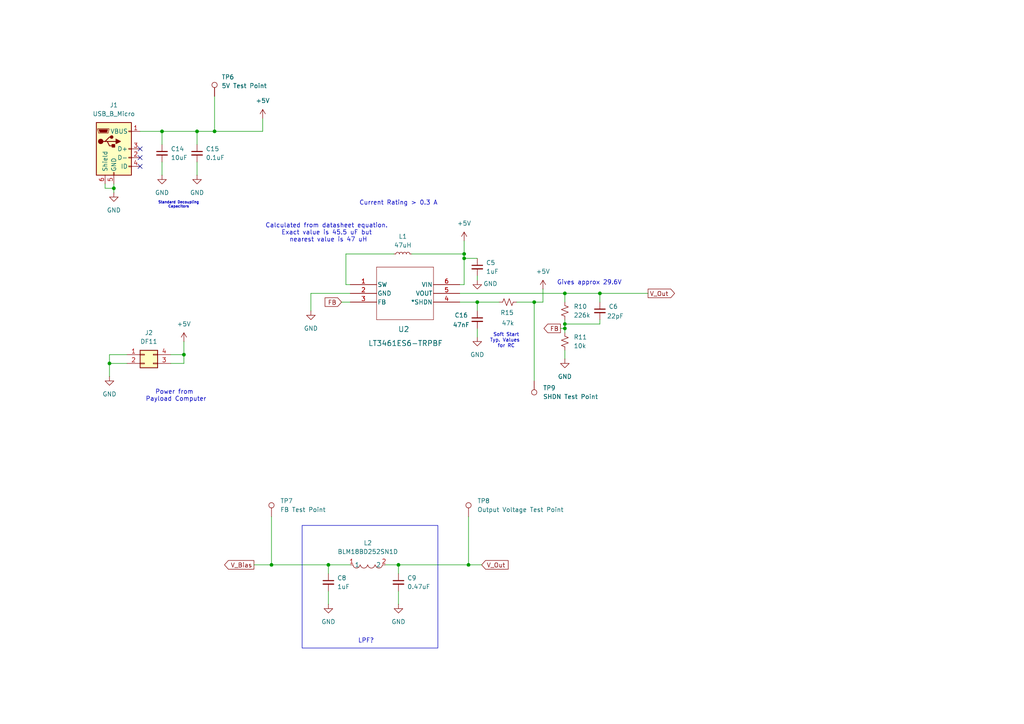
<source format=kicad_sch>
(kicad_sch (version 20250114) (generator "eeschema") (generator_version "9.0")
  (paper "A4")
  (lib_symbols
    (symbol "BLM18BD252SN1D:BLM18BD252SN1D"
      (property "Reference" "L" (at 0 5.08 0))
      (property "Value" "BLM18BD252SN1D" (at 0 -5.08 0))
      (symbol "BLM18BD252SN1D_0_1"
        (arc (start -2.27 -0.02) (mid -3.28 -0.937) (end -4.29 -0.02))
        (arc (start -0.11 -0.02) (mid -1.12 -0.937) (end -2.13 -0.02))
        (arc (start 2.04 -0.02) (mid 1.03 -0.937) (end 0.02 -0.02))
        (arc (start 4.23 -0.02) (mid 3.22 -0.9448) (end 2.21 -0.02))
        (pin unspecified line (at -5.08 0 0) (length 0.762) (name "1") (number "1"))
        (pin unspecified line (at 5.08 0 180) (length 0.762) (name "2") (number "2"))
      )
    )
    (symbol "Connector:TestPoint" (pin_numbers (hide yes)) (pin_names (offset 0.762) (hide yes))
      (property "Reference" "TP" (at 0 6.858 0))
      (property "Value" "TestPoint" (at 0 5.08 0))
      (symbol "TestPoint_0_1"
        (circle (center 0 3.302) (radius 0.762))
      )
      (symbol "TestPoint_1_1"
        (pin passive line (at 0 0 90) (length 2.54) (name "1") (number "1"))
      )
    )
    (symbol "Connector:USB_B_Micro" (pin_names (offset 1.016))
      (property "Reference" "J" (at -5.08 11.43 0))
      (property "Value" "USB_B_Micro" (at -5.08 8.89 0))
      (symbol "USB_B_Micro_0_1"
        (rectangle (start -5.08 -7.62) (end 5.08 7.62) (stroke (width 0.254)) (fill (type background)))
        (polyline (pts (xy -4.699 5.842) (xy -4.699 5.588) (xy -4.445 4.826) (xy -4.445 4.572) (xy -1.651 4.572) (xy -1.651 4.826) (xy -1.397 5.588) (xy -1.397 5.842) (xy -4.699 5.842)))
        (polyline (pts (xy -4.318 5.588) (xy -1.778 5.588) (xy -2.032 4.826) (xy -4.064 4.826) (xy -4.318 5.588)) (fill (type outline)))
        (circle (center -3.81 2.159) (radius 0.635) (stroke (width 0.254)) (fill (type outline)))
        (polyline (pts (xy -3.175 2.159) (xy -2.54 2.159) (xy -1.27 3.429) (xy -0.635 3.429)) (stroke (width 0.254)))
        (polyline (pts (xy -2.54 2.159) (xy -1.905 2.159) (xy -1.27 0.889) (xy 0 0.889)) (stroke (width 0.254)))
        (polyline (pts (xy -1.905 2.159) (xy 0.635 2.159)) (stroke (width 0.254)))
        (circle (center -0.635 3.429) (radius 0.381) (stroke (width 0.254)) (fill (type outline)))
        (rectangle (start -0.127 -7.62) (end 0.127 -6.858))
        (rectangle (start 0.254 1.27) (end -0.508 0.508) (stroke (width 0.254)) (fill (type outline)))
        (polyline (pts (xy 0.635 2.794) (xy 0.635 1.524) (xy 1.905 2.159) (xy 0.635 2.794)) (stroke (width 0.254)) (fill (type outline)))
        (rectangle (start 5.08 4.953) (end 4.318 5.207))
        (rectangle (start 5.08 -0.127) (end 4.318 0.127))
        (rectangle (start 5.08 -2.667) (end 4.318 -2.413))
        (rectangle (start 5.08 -5.207) (end 4.318 -4.953))
      )
      (symbol "USB_B_Micro_1_1"
        (pin passive line (at -2.54 -10.16 90) (length 2.54) (name "Shield") (number "6"))
        (pin power_out line (at 0 -10.16 90) (length 2.54) (name "GND") (number "5"))
        (pin power_out line (at 7.62 5.08 180) (length 2.54) (name "VBUS") (number "1"))
        (pin bidirectional line (at 7.62 0 180) (length 2.54) (name "D+") (number "3"))
        (pin bidirectional line (at 7.62 -2.54 180) (length 2.54) (name "D-") (number "2"))
        (pin passive line (at 7.62 -5.08 180) (length 2.54) (name "ID") (number "4"))
      )
    )
    (symbol "Connector_Generic:Conn_02x02_Counter_Clockwise" (pin_names (offset 1.016) (hide yes))
      (property "Reference" "J" (at 1.27 2.54 0))
      (property "Value" "Conn_02x02_Counter_Clockwise" (at 1.27 -5.08 0))
      (symbol "Conn_02x02_Counter_Clockwise_1_1"
        (rectangle (start -1.27 1.27) (end 3.81 -3.81) (stroke (width 0.254)) (fill (type background)))
        (rectangle (start -1.27 0.127) (end 0 -0.127) (stroke (width 0.1524)))
        (rectangle (start -1.27 -2.413) (end 0 -2.667) (stroke (width 0.1524)))
        (rectangle (start 3.81 0.127) (end 2.54 -0.127) (stroke (width 0.1524)))
        (rectangle (start 3.81 -2.413) (end 2.54 -2.667) (stroke (width 0.1524)))
        (pin passive line (at -5.08 0 0) (length 3.81) (name "Pin_1") (number "1"))
        (pin passive line (at -5.08 -2.54 0) (length 3.81) (name "Pin_2") (number "2"))
        (pin passive line (at 7.62 0 180) (length 3.81) (name "Pin_4") (number "4"))
        (pin passive line (at 7.62 -2.54 180) (length 3.81) (name "Pin_3") (number "3"))
      )
    )
    (symbol "Device:C_Small" (pin_numbers (hide yes)) (pin_names (offset 0.254) (hide yes))
      (property "Reference" "C" (at 0.254 1.778 0))
      (property "Value" "C_Small" (at 0.254 -2.032 0))
      (symbol "C_Small_0_1"
        (polyline (pts (xy -1.524 0.508) (xy 1.524 0.508)) (stroke (width 0.3048)))
        (polyline (pts (xy -1.524 -0.508) (xy 1.524 -0.508)) (stroke (width 0.3302)))
      )
      (symbol "C_Small_1_1"
        (pin passive line (at 0 2.54 270) (length 2.032) (name "~") (number "1"))
        (pin passive line (at 0 -2.54 90) (length 2.032) (name "~") (number "2"))
      )
    )
    (symbol "Device:L_Small" (pin_numbers (hide yes)) (pin_names (offset 0.254) (hide yes))
      (property "Reference" "L" (at 0.762 1.016 0))
      (property "Value" "L_Small" (at 0.762 -1.016 0))
      (symbol "L_Small_0_1"
        (arc (start 0 2.032) (mid 0.5058 1.524) (end 0 1.016))
        (arc (start 0 1.016) (mid 0.5058 0.508) (end 0 0))
        (arc (start 0 0) (mid 0.5058 -0.508) (end 0 -1.016))
        (arc (start 0 -1.016) (mid 0.5058 -1.524) (end 0 -2.032))
      )
      (symbol "L_Small_1_1"
        (pin passive line (at 0 2.54 270) (length 0.508) (name "~") (number "1"))
        (pin passive line (at 0 -2.54 90) (length 0.508) (name "~") (number "2"))
      )
    )
    (symbol "Device:R_Small_US" (pin_numbers (hide yes)) (pin_names (offset 0.254) (hide yes))
      (property "Reference" "R" (at 0.762 0.508 0))
      (property "Value" "R_Small_US" (at 0.762 -1.016 0))
      (symbol "R_Small_US_1_1"
        (polyline (pts (xy 0 1.524) (xy 1.016 1.143) (xy 0 0.762) (xy -1.016 0.381) (xy 0 0)))
        (polyline (pts (xy 0 0) (xy 1.016 -0.381) (xy 0 -0.762) (xy -1.016 -1.143) (xy 0 -1.524)))
        (pin passive line (at 0 2.54 270) (length 1.016) (name "~") (number "1"))
        (pin passive line (at 0 -2.54 90) (length 1.016) (name "~") (number "2"))
      )
    )
    (symbol "LT3461:LT3461ES6-TRPBF" (pin_names (offset 0.254))
      (property "Reference" "U3" (at 15.494 -12.954 0))
      (property "Value" "LT3461ES6-TRPBF" (at 16.002 -17.018 0))
      (symbol "LT3461ES6-TRPBF_0_1"
        (polyline (pts (xy 7.62 5.08) (xy 7.62 -10.16)) (stroke (width 0.127)))
        (polyline (pts (xy 7.62 -10.16) (xy 24.13 -10.16)) (stroke (width 0.127)))
        (polyline (pts (xy 24.13 5.08) (xy 7.62 5.08)) (stroke (width 0.127)))
        (polyline (pts (xy 24.13 -10.16) (xy 24.13 5.08)) (stroke (width 0.127)))
        (pin unspecified line (at 0 0 0) (length 7.62) (name "SW") (number "1"))
        (pin power_in line (at 0 -2.54 0) (length 7.62) (name "GND") (number "2"))
        (pin unspecified line (at 0 -5.08 0) (length 7.62) (name "FB") (number "3"))
        (pin input line (at 31.75 0 180) (length 7.62) (name "VIN") (number "6"))
        (pin output line (at 31.75 -2.54 180) (length 7.62) (name "VOUT") (number "5"))
        (pin unspecified line (at 31.75 -5.08 180) (length 7.62) (name "*SHDN") (number "4"))
      )
    )
    (symbol "power:+5V" (power) (pin_numbers (hide yes)) (pin_names (offset 0) (hide yes))
      (property "Value" "+5V" (at 0 3.556 0))
      (symbol "+5V_0_1"
        (polyline (pts (xy -0.762 1.27) (xy 0 2.54)))
        (polyline (pts (xy 0 2.54) (xy 0.762 1.27)))
        (polyline (pts (xy 0 0) (xy 0 2.54)))
      )
      (symbol "+5V_1_1"
        (pin power_in line (at 0 0 90) (length 0) (name "~") (number "1"))
      )
    )
    (symbol "power:GND" (power) (pin_numbers (hide yes)) (pin_names (offset 0) (hide yes))
      (property "Value" "GND" (at 0 -3.81 0))
      (symbol "GND_0_1"
        (polyline (pts (xy 0 0) (xy 0 -1.27) (xy 1.27 -1.27) (xy 0 -2.54) (xy -1.27 -1.27) (xy 0 -1.27)))
      )
      (symbol "GND_1_1"
        (pin power_in line (at 0 0 270) (length 0) (name "~") (number "1"))
      )
    )
  )
  (rectangle (start 87.63 152.4) (end 127 187.96))
  (text "Soft Start\nTyp. Values \nfor RC\n" (at 146.812 98.806 0) (effects (font (size 1 1))))
  (text "Gives approx 29.6V" (at 170.942 82.042 0) (effects (font (size 1.27 1.27))))
  (text "Current Rating > 0.3 A" (at 115.57 58.928 0) (effects (font (size 1.27 1.27))))
  (text "LPF?\n" (at 106.172 185.928 0) (effects (font (size 1.27 1.27))))
  (text "Power from \nPayload Computer" (at 51.054 114.808 0) (effects (font (size 1.27 1.27))))
  (text "Calculated from datasheet equation.\nExact value is 45.5 uF but\n nearest value is 47 uH" (at 94.742 67.564 0) (effects (font (size 1.27 1.27))))
  (text "Standard Decoupling\nCapacitors\n" (at 51.816 59.436 0) (effects (font (size 0.75 0.75))))
  (junction (at 173.99 85.09))
  (junction (at 62.23 38.1))
  (junction (at 53.34 102.87))
  (junction (at 134.62 74.93))
  (junction (at 57.15 38.1))
  (junction (at 134.62 73.66))
  (junction (at 46.99 38.1))
  (junction (at 138.43 87.63))
  (junction (at 78.74 163.83))
  (junction (at 95.25 163.83))
  (junction (at 154.94 87.63))
  (junction (at 163.83 93.98))
  (junction (at 135.89 163.83))
  (junction (at 163.83 85.09))
  (junction (at 115.57 163.83))
  (junction (at 33.02 54.61))
  (junction (at 163.83 95.25))
  (junction (at 31.75 105.41))
  (no_connect (at 40.64 43.18))
  (no_connect (at 40.64 45.72))
  (no_connect (at 40.64 48.26))
  (wire (pts (xy 115.57 163.83) (xy 115.57 166.37)))
  (wire (pts (xy 100.33 73.66) (xy 100.33 82.55)))
  (wire (pts (xy 138.43 80.01) (xy 138.43 81.28)))
  (wire (pts (xy 134.62 74.93) (xy 138.43 74.93)))
  (wire (pts (xy 62.23 38.1) (xy 76.2 38.1)))
  (wire (pts (xy 99.06 87.63) (xy 101.6 87.63)))
  (wire (pts (xy 78.74 163.83) (xy 95.25 163.83)))
  (wire (pts (xy 33.02 54.61) (xy 33.02 55.88)))
  (wire (pts (xy 134.62 74.93) (xy 134.62 82.55)))
  (wire (pts (xy 115.57 171.45) (xy 115.57 175.26)))
  (wire (pts (xy 36.83 105.41) (xy 31.75 105.41)))
  (wire (pts (xy 162.56 95.25) (xy 163.83 95.25)))
  (wire (pts (xy 135.89 149.86) (xy 135.89 163.83)))
  (wire (pts (xy 36.83 102.87) (xy 31.75 102.87)))
  (wire (pts (xy 49.53 105.41) (xy 53.34 105.41)))
  (wire (pts (xy 95.25 166.37) (xy 95.25 163.83)))
  (wire (pts (xy 163.83 95.25) (xy 163.83 96.52)))
  (wire (pts (xy 53.34 99.06) (xy 53.34 102.87)))
  (wire (pts (xy 133.35 82.55) (xy 134.62 82.55)))
  (wire (pts (xy 73.66 163.83) (xy 78.74 163.83)))
  (wire (pts (xy 101.6 85.09) (xy 90.17 85.09)))
  (wire (pts (xy 30.48 54.61) (xy 33.02 54.61)))
  (wire (pts (xy 163.83 85.09) (xy 173.99 85.09)))
  (wire (pts (xy 173.99 92.71) (xy 173.99 93.98)))
  (wire (pts (xy 163.83 85.09) (xy 163.83 87.63)))
  (wire (pts (xy 46.99 46.99) (xy 46.99 50.8)))
  (wire (pts (xy 46.99 38.1) (xy 46.99 41.91)))
  (wire (pts (xy 90.17 85.09) (xy 90.17 90.17)))
  (wire (pts (xy 33.02 53.34) (xy 33.02 54.61)))
  (wire (pts (xy 154.94 87.63) (xy 154.94 110.49)))
  (wire (pts (xy 163.83 93.98) (xy 163.83 95.25)))
  (wire (pts (xy 115.57 163.83) (xy 135.89 163.83)))
  (wire (pts (xy 95.25 163.83) (xy 101.6 163.83)))
  (wire (pts (xy 78.74 149.86) (xy 78.74 163.83)))
  (wire (pts (xy 53.34 102.87) (xy 53.34 105.41)))
  (wire (pts (xy 57.15 46.99) (xy 57.15 50.8)))
  (wire (pts (xy 134.62 69.85) (xy 134.62 73.66)))
  (wire (pts (xy 57.15 38.1) (xy 62.23 38.1)))
  (wire (pts (xy 138.43 87.63) (xy 138.43 90.17)))
  (wire (pts (xy 138.43 95.25) (xy 138.43 97.79)))
  (wire (pts (xy 138.43 87.63) (xy 144.78 87.63)))
  (wire (pts (xy 49.53 102.87) (xy 53.34 102.87)))
  (wire (pts (xy 76.2 38.1) (xy 76.2 34.29)))
  (wire (pts (xy 163.83 101.6) (xy 163.83 104.14)))
  (wire (pts (xy 154.94 87.63) (xy 157.48 87.63)))
  (wire (pts (xy 149.86 87.63) (xy 154.94 87.63)))
  (wire (pts (xy 163.83 93.98) (xy 173.99 93.98)))
  (wire (pts (xy 134.62 73.66) (xy 134.62 74.93)))
  (wire (pts (xy 157.48 87.63) (xy 157.48 83.82)))
  (wire (pts (xy 173.99 85.09) (xy 187.96 85.09)))
  (wire (pts (xy 95.25 171.45) (xy 95.25 175.26)))
  (wire (pts (xy 119.38 73.66) (xy 134.62 73.66)))
  (wire (pts (xy 133.35 87.63) (xy 138.43 87.63)))
  (wire (pts (xy 62.23 27.94) (xy 62.23 38.1)))
  (wire (pts (xy 31.75 105.41) (xy 31.75 109.22)))
  (wire (pts (xy 133.35 85.09) (xy 163.83 85.09)))
  (wire (pts (xy 111.76 163.83) (xy 115.57 163.83)))
  (wire (pts (xy 31.75 102.87) (xy 31.75 105.41)))
  (wire (pts (xy 100.33 73.66) (xy 114.3 73.66)))
  (wire (pts (xy 57.15 38.1) (xy 57.15 41.91)))
  (wire (pts (xy 135.89 163.83) (xy 139.7 163.83)))
  (wire (pts (xy 40.64 38.1) (xy 46.99 38.1)))
  (wire (pts (xy 173.99 85.09) (xy 173.99 87.63)))
  (wire (pts (xy 46.99 38.1) (xy 57.15 38.1)))
  (wire (pts (xy 100.33 82.55) (xy 101.6 82.55)))
  (wire (pts (xy 30.48 53.34) (xy 30.48 54.61)))
  (wire (pts (xy 163.83 92.71) (xy 163.83 93.98)))
  (global_label "V_Bias" (shape output) (at 73.66 163.83 180) (property "Intersheetrefs" "${INTERSHEET_REFS}" (effects (hide yes))))
  (global_label "V_Out" (shape output) (at 187.96 85.09 0) (property "Intersheetrefs" "${INTERSHEET_REFS}" (effects (hide yes))))
  (global_label "FB" (shape output) (at 162.56 95.25 180) (property "Intersheetrefs" "${INTERSHEET_REFS}" (effects (hide yes))))
  (global_label "V_Out" (shape input) (at 139.7 163.83 0) (property "Intersheetrefs" "${INTERSHEET_REFS}" (effects (hide yes))))
  (global_label "FB" (shape input) (at 99.06 87.63 180) (property "Intersheetrefs" "${INTERSHEET_REFS}" (effects (hide yes))))
  (symbol (lib_id "power:GND") (at 95.25 175.26 0) (unit 1)
    (property "Reference" "#PWR022" (effects (hide yes)))
    (property "Value" "GND" (at 95.25 180.34 0))
    (property "Description" "Power symbol creates a global label with name \"GND\" , ground" (effects (hide yes)))
  )
  (symbol (lib_id "Connector:TestPoint") (at 135.89 149.86 0) (unit 1)
    (property "Reference" "TP8" (at 138.43 145.2879 0) (effects (justify left)))
    (property "Value" "Output Voltage Test Point" (at 138.43 147.8279 0) (effects (justify left)))
    (property "Footprint" "TestPoint:TestPoint_Keystone_5000-5004_Miniature" (effects (hide yes)))
    (property "Description" "test point" (effects (hide yes)))
  )
  (symbol (lib_id "Device:R_Small_US") (at 163.83 99.06 0) (unit 1)
    (property "Reference" "R11" (at 166.37 97.7899 0) (effects (justify left)))
    (property "Value" "10k" (at 166.37 100.3299 0) (effects (justify left)))
    (property "Footprint" "Resistor_SMD:R_0805_2012Metric" (effects (hide yes)))
    (property "Description" "Resistor, small US symbol" (effects (hide yes)))
  )
  (symbol (lib_id "Connector:TestPoint") (at 154.94 110.49 180) (unit 1)
    (property "Reference" "TP9" (at 157.48 112.5219 0) (effects (justify right)))
    (property "Value" "SHDN Test Point" (at 157.48 115.0619 0) (effects (justify right)))
    (property "Footprint" "TestPoint:TestPoint_Keystone_5000-5004_Miniature" (effects (hide yes)))
    (property "Description" "test point" (effects (hide yes)))
  )
  (symbol (lib_id "power:GND") (at 138.43 81.28 0) (unit 1)
    (property "Reference" "#PWR019" (effects (hide yes)))
    (property "Value" "GND" (at 142.24 82.296 0))
    (property "Description" "Power symbol creates a global label with name \"GND\" , ground" (effects (hide yes)))
  )
  (symbol (lib_id "Device:C_Small") (at 46.99 44.45 0) (unit 1)
    (property "Reference" "C14" (at 49.53 43.1862 0) (effects (justify left)))
    (property "Value" "10uF" (at 49.53 45.7262 0) (effects (justify left)))
    (property "Footprint" "Capacitor_SMD:C_0805_2012Metric" (effects (hide yes)))
    (property "Description" "Unpolarized capacitor, small symbol" (effects (hide yes)))
  )
  (symbol (lib_id "power:+5V") (at 134.62 69.85 0) (unit 1)
    (property "Reference" "#PWR018" (effects (hide yes)))
    (property "Value" "+5V" (at 134.62 64.77 0))
    (property "Description" "Power symbol creates a global label with name \"+5V\"" (effects (hide yes)))
  )
  (symbol (lib_id "power:+5V") (at 157.48 83.82 0) (unit 1)
    (property "Reference" "#PWR032" (effects (hide yes)))
    (property "Value" "+5V" (at 157.48 78.74 0))
    (property "Description" "Power symbol creates a global label with name \"+5V\"" (effects (hide yes)))
  )
  (symbol (lib_id "Device:C_Small") (at 95.25 168.91 0) (unit 1)
    (property "Reference" "C8" (at 97.79 167.6462 0) (effects (justify left)))
    (property "Value" "1uF" (at 97.79 170.1862 0) (effects (justify left)))
    (property "Footprint" "Capacitor_SMD:C_0805_2012Metric" (effects (hide yes)))
    (property "Description" "Unpolarized capacitor, small symbol" (effects (hide yes)))
  )
  (symbol (lib_id "Device:C_Small") (at 138.43 77.47 0) (unit 1)
    (property "Reference" "C5" (at 140.97 76.2062 0) (effects (justify left)))
    (property "Value" "1uF" (at 140.97 78.7462 0) (effects (justify left)))
    (property "Footprint" "Capacitor_SMD:C_0805_2012Metric" (effects (hide yes)))
    (property "Description" "Unpolarized capacitor, small symbol" (effects (hide yes)))
  )
  (symbol (lib_id "power:GND") (at 31.75 109.22 0) (unit 1)
    (property "Reference" "#PWR033" (effects (hide yes)))
    (property "Value" "GND" (at 31.75 114.3 0))
    (property "Description" "Power symbol creates a global label with name \"GND\" , ground" (effects (hide yes)))
  )
  (symbol (lib_id "Device:C_Small") (at 115.57 168.91 0) (unit 1)
    (property "Reference" "C9" (at 118.11 167.6462 0) (effects (justify left)))
    (property "Value" "0.47uF" (at 118.11 170.1862 0) (effects (justify left)))
    (property "Footprint" "Capacitor_SMD:C_0805_2012Metric" (effects (hide yes)))
    (property "Description" "Unpolarized capacitor, small symbol" (effects (hide yes)))
  )
  (symbol (lib_id "Device:L_Small") (at 116.84 73.66 90) (unit 1)
    (property "Reference" "L1" (at 116.84 68.58 90))
    (property "Value" "47uH" (at 116.84 71.12 90))
    (property "Footprint" "LQH32CN470K23:L1210" (effects (hide yes)))
    (property "Description" "Inductor, small symbol" (effects (hide yes)))
  )
  (symbol (lib_id "power:+5V") (at 76.2 34.29 0) (unit 1)
    (property "Reference" "#PWR038" (effects (hide yes)))
    (property "Value" "+5V" (at 76.2 29.21 0))
    (property "Description" "Power symbol creates a global label with name \"+5V\"" (effects (hide yes)))
  )
  (symbol (lib_id "power:GND") (at 115.57 175.26 0) (unit 1)
    (property "Reference" "#PWR023" (effects (hide yes)))
    (property "Value" "GND" (at 115.57 180.34 0))
    (property "Description" "Power symbol creates a global label with name \"GND\" , ground" (effects (hide yes)))
  )
  (symbol (lib_id "power:GND") (at 138.43 97.79 0) (unit 1)
    (property "Reference" "#PWR021" (effects (hide yes)))
    (property "Value" "GND" (at 138.43 102.87 0))
    (property "Description" "Power symbol creates a global label with name \"GND\" , ground" (effects (hide yes)))
  )
  (symbol (lib_id "Device:C_Small") (at 138.43 92.71 0) (unit 1)
    (property "Reference" "C16" (at 131.826 91.44 0) (effects (justify left)))
    (property "Value" "47nF" (at 131.318 94.234 0) (effects (justify left)))
    (property "Footprint" "Capacitor_SMD:C_0805_2012Metric" (effects (hide yes)))
    (property "Description" "Unpolarized capacitor, small symbol" (effects (hide yes)))
  )
  (symbol (lib_id "LT3461:LT3461ES6-TRPBF") (at 101.6 82.55 0) (unit 1)
    (property "Reference" "U2" (at 117.094 95.504 0) (effects (font (size 1.524 1.524))))
    (property "Value" "LT3461ES6-TRPBF" (at 117.602 99.568 0) (effects (font (size 1.524 1.524))))
    (property "Footprint" "LT3461:TSOT-23_S6_LIT" (effects (hide yes)))
    (property "Datasheet" "LT3461ES6-TRPBF" (effects (hide yes)))
  )
  (symbol (lib_id "power:GND") (at 90.17 90.17 0) (unit 1)
    (property "Reference" "#PWR017" (effects (hide yes)))
    (property "Value" "GND" (at 90.17 95.25 0))
    (property "Description" "Power symbol creates a global label with name \"GND\" , ground" (effects (hide yes)))
  )
  (symbol (lib_id "power:GND") (at 46.99 50.8 0) (unit 1)
    (property "Reference" "#PWR030" (effects (hide yes)))
    (property "Value" "GND" (at 46.99 55.88 0))
    (property "Description" "Power symbol creates a global label with name \"GND\" , ground" (effects (hide yes)))
  )
  (symbol (lib_id "power:GND") (at 163.83 104.14 0) (unit 1)
    (property "Reference" "#PWR020" (effects (hide yes)))
    (property "Value" "GND" (at 163.83 109.22 0))
    (property "Description" "Power symbol creates a global label with name \"GND\" , ground" (effects (hide yes)))
  )
  (symbol (lib_id "Device:R_Small_US") (at 147.32 87.63 90) (unit 1)
    (property "Reference" "R15" (at 147.066 90.678 90))
    (property "Value" "47k" (at 147.32 93.726 90))
    (property "Footprint" "Resistor_SMD:R_0805_2012Metric" (effects (hide yes)))
    (property "Description" "Resistor, small US symbol" (effects (hide yes)))
  )
  (symbol (lib_id "Connector_Generic:Conn_02x02_Counter_Clockwise") (at 41.91 102.87 0) (unit 1)
    (property "Reference" "J2" (at 43.18 96.52 0))
    (property "Value" "DF11" (at 43.18 99.06 0))
    (property "Footprint" "DF11-4DP-2DSA:CONN-TH_DF11-4DP-2DSA-08" (effects (hide yes)))
    (property "Description" "Generic connector, double row, 02x02, counter clockwise pin numbering scheme (similar to DIP package numbering), script generated (kicad-library-utils/schlib/autogen/connector/)" (effects (hide yes)))
  )
  (symbol (lib_id "Device:C_Small") (at 57.15 44.45 0) (unit 1)
    (property "Reference" "C15" (at 59.69 43.1862 0) (effects (justify left)))
    (property "Value" "0.1uF" (at 59.69 45.7262 0) (effects (justify left)))
    (property "Footprint" "Capacitor_SMD:C_0805_2012Metric" (effects (hide yes)))
    (property "Description" "Unpolarized capacitor, small symbol" (effects (hide yes)))
  )
  (symbol (lib_id "Connector:TestPoint") (at 78.74 149.86 0) (unit 1)
    (property "Reference" "TP7" (at 81.28 145.2879 0) (effects (justify left)))
    (property "Value" "FB Test Point" (at 81.28 147.8279 0) (effects (justify left)))
    (property "Footprint" "TestPoint:TestPoint_Keystone_5000-5004_Miniature" (effects (hide yes)))
    (property "Description" "test point" (effects (hide yes)))
  )
  (symbol (lib_id "Connector:USB_B_Micro") (at 33.02 43.18 0) (unit 1)
    (property "Reference" "J1" (at 33.02 30.48 0))
    (property "Value" "USB_B_Micro" (at 33.02 33.02 0))
    (property "Footprint" "MOLEX MicroUSB:MICRO-USB-SMD_5P-P0.65-H-F_105164-0001" (effects (hide yes)))
    (property "Description" "USB Micro Type B connector" (effects (hide yes)))
  )
  (symbol (lib_id "Device:R_Small_US") (at 163.83 90.17 0) (unit 1)
    (property "Reference" "R10" (at 166.37 88.8999 0) (effects (justify left)))
    (property "Value" "226k" (at 166.37 91.4399 0) (effects (justify left)))
    (property "Footprint" "Resistor_SMD:R_0805_2012Metric" (effects (hide yes)))
    (property "Description" "Resistor, small US symbol" (effects (hide yes)))
  )
  (symbol (lib_id "power:+5V") (at 53.34 99.06 0) (unit 1)
    (property "Reference" "#PWR036" (effects (hide yes)))
    (property "Value" "+5V" (at 53.34 93.98 0))
    (property "Description" "Power symbol creates a global label with name \"+5V\"" (effects (hide yes)))
  )
  (symbol (lib_id "Connector:TestPoint") (at 62.23 27.94 0) (unit 1)
    (property "Reference" "TP6" (at 64.262 22.352 0) (effects (justify left)))
    (property "Value" "5V Test Point" (at 64.262 24.892 0) (effects (justify left)))
    (property "Footprint" "TestPoint:TestPoint_Keystone_5000-5004_Miniature" (effects (hide yes)))
    (property "Description" "test point" (effects (hide yes)))
  )
  (symbol (lib_id "power:GND") (at 33.02 55.88 0) (unit 1)
    (property "Reference" "#PWR015" (effects (hide yes)))
    (property "Value" "GND" (at 33.02 60.96 0))
    (property "Description" "Power symbol creates a global label with name \"GND\" , ground" (effects (hide yes)))
  )
  (symbol (lib_id "BLM18BD252SN1D:BLM18BD252SN1D") (at 106.68 163.83 0) (unit 1)
    (property "Reference" "L2" (at 106.68 157.48 0))
    (property "Value" "BLM18BD252SN1D" (at 106.68 160.02 0))
    (property "Footprint" "BLM18BD252SN1D:L0603" (effects (hide yes)))
    (property "Datasheet" "https://lcsc.com/product-detail/Ferrite-Beads-And-Chips_muRata_BLM18BD252SN1D_2-5KR-25-at100MHz_C77668.html" (effects (hide yes)))
    (property "LCSC Part" "C77668" (effects (hide yes)))
  )
  (symbol (lib_id "Device:C_Small") (at 173.99 90.17 0) (unit 1)
    (property "Reference" "C6" (at 176.53 88.9062 0) (effects (justify left)))
    (property "Value" "22pF" (at 176.022 91.694 0) (effects (justify left)))
    (property "Footprint" "Capacitor_SMD:C_0805_2012Metric" (effects (hide yes)))
    (property "Description" "Unpolarized capacitor, small symbol" (effects (hide yes)))
  )
  (symbol (lib_id "power:GND") (at 57.15 50.8 0) (unit 1)
    (property "Reference" "#PWR031" (effects (hide yes)))
    (property "Value" "GND" (at 57.15 55.88 0))
    (property "Description" "Power symbol creates a global label with name \"GND\" , ground" (effects (hide yes)))
  )
)
</source>
